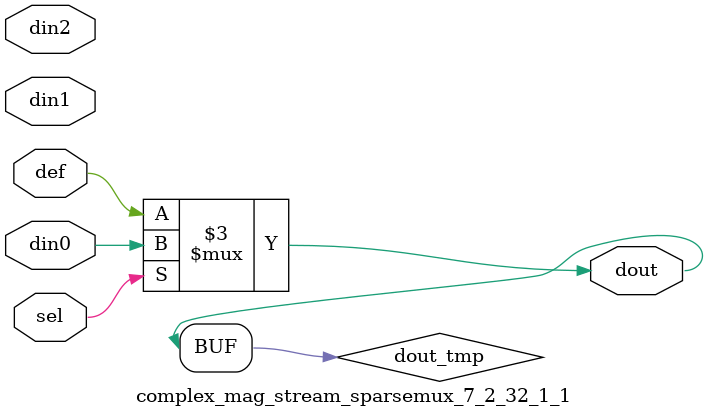
<source format=v>
`timescale 1ns / 1ps

module complex_mag_stream_sparsemux_7_2_32_1_1 (din0,din1,din2,def,sel,dout);

parameter din0_WIDTH = 1;

parameter din1_WIDTH = 1;

parameter din2_WIDTH = 1;

parameter def_WIDTH = 1;
parameter sel_WIDTH = 1;
parameter dout_WIDTH = 1;

parameter [sel_WIDTH-1:0] CASE0 = 1;

parameter [sel_WIDTH-1:0] CASE1 = 1;

parameter [sel_WIDTH-1:0] CASE2 = 1;

parameter ID = 1;
parameter NUM_STAGE = 1;



input [din0_WIDTH-1:0] din0;

input [din1_WIDTH-1:0] din1;

input [din2_WIDTH-1:0] din2;

input [def_WIDTH-1:0] def;
input [sel_WIDTH-1:0] sel;

output [dout_WIDTH-1:0] dout;



reg [dout_WIDTH-1:0] dout_tmp;


always @ (*) begin
(* parallel_case *) case (sel)
    
    CASE0 : dout_tmp = din0;
    
    CASE1 : dout_tmp = din1;
    
    CASE2 : dout_tmp = din2;
    
    default : dout_tmp = def;
endcase
end


assign dout = dout_tmp;



endmodule

</source>
